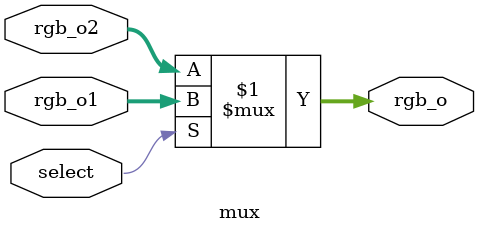
<source format=v>
module mux(
	input [2:0] rgb_o1,
	input [2:0] rgb_o2,
	input select,
	output [2:0] rgb_o
);

assign rgb_o = (select) ? rgb_o1 : rgb_o2;

endmodule
</source>
